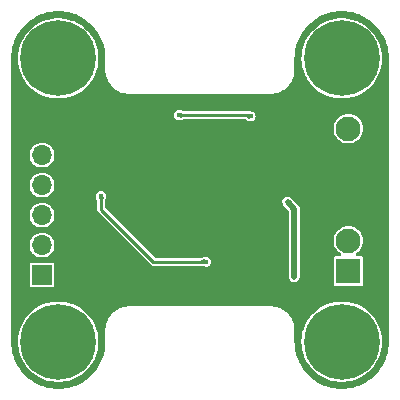
<source format=gbr>
%TF.GenerationSoftware,KiCad,Pcbnew,7.0.2-0*%
%TF.CreationDate,2023-05-15T10:38:26-07:00*%
%TF.ProjectId,RagGuard_V2,52616747-7561-4726-945f-56322e6b6963,rev?*%
%TF.SameCoordinates,Original*%
%TF.FileFunction,Copper,L2,Bot*%
%TF.FilePolarity,Positive*%
%FSLAX46Y46*%
G04 Gerber Fmt 4.6, Leading zero omitted, Abs format (unit mm)*
G04 Created by KiCad (PCBNEW 7.0.2-0) date 2023-05-15 10:38:26*
%MOMM*%
%LPD*%
G01*
G04 APERTURE LIST*
%TA.AperFunction,ComponentPad*%
%ADD10C,3.600000*%
%TD*%
%TA.AperFunction,ConnectorPad*%
%ADD11C,6.400000*%
%TD*%
%TA.AperFunction,ComponentPad*%
%ADD12C,0.630000*%
%TD*%
%TA.AperFunction,SMDPad,CuDef*%
%ADD13R,2.600000X3.300000*%
%TD*%
%TA.AperFunction,ComponentPad*%
%ADD14R,2.100000X2.100000*%
%TD*%
%TA.AperFunction,ComponentPad*%
%ADD15C,2.100000*%
%TD*%
%TA.AperFunction,ComponentPad*%
%ADD16R,1.700000X1.700000*%
%TD*%
%TA.AperFunction,ComponentPad*%
%ADD17O,1.700000X1.700000*%
%TD*%
%TA.AperFunction,ViaPad*%
%ADD18C,0.450000*%
%TD*%
%TA.AperFunction,Conductor*%
%ADD19C,0.500000*%
%TD*%
%TA.AperFunction,Conductor*%
%ADD20C,0.250000*%
%TD*%
G04 APERTURE END LIST*
D10*
%TO.P,H2,1,1*%
%TO.N,unconnected-(H2-Pad1)*%
X186000000Y-126000000D03*
D11*
X186000000Y-126000000D03*
%TD*%
D10*
%TO.P,H4,1,1*%
%TO.N,unconnected-(H4-Pad1)*%
X210000000Y-126000000D03*
D11*
X210000000Y-126000000D03*
%TD*%
D10*
%TO.P,H1,1,1*%
%TO.N,unconnected-(H1-Pad1)*%
X186000000Y-102000000D03*
D11*
X186000000Y-102000000D03*
%TD*%
D12*
%TO.P,U3,9,GND*%
%TO.N,GND*%
X200760000Y-117280000D03*
X200760000Y-118580000D03*
X200760000Y-119880000D03*
D13*
X201410000Y-118580000D03*
D12*
X202060000Y-117280000D03*
X202060000Y-118580000D03*
X202060000Y-119880000D03*
%TD*%
D14*
%TO.P,J1,1,Pin_1*%
%TO.N,GND*%
X210566000Y-110490000D03*
D15*
%TO.P,J1,2,Pin_2*%
%TO.N,Net-(D2-A)*%
X210566000Y-107950000D03*
%TD*%
D14*
%TO.P,J2,1,Pin_1*%
%TO.N,Net-(D1-A)*%
X210566000Y-120000000D03*
D15*
%TO.P,J2,2,Pin_2*%
%TO.N,Net-(J2-Pin_2)*%
X210566000Y-117460000D03*
%TD*%
D10*
%TO.P,H3,1,1*%
%TO.N,unconnected-(H3-Pad1)*%
X210000000Y-102000000D03*
D11*
X210000000Y-102000000D03*
%TD*%
D16*
%TO.P,J4,1,Pin_1*%
%TO.N,+5V*%
X184625000Y-120350000D03*
D17*
%TO.P,J4,2,Pin_2*%
%TO.N,Net-(J4-Pin_2)*%
X184625000Y-117810000D03*
%TO.P,J4,3,Pin_3*%
%TO.N,Net-(J4-Pin_3)*%
X184625000Y-115270000D03*
%TO.P,J4,4,Pin_4*%
%TO.N,Net-(J4-Pin_4)*%
X184625000Y-112730000D03*
%TO.P,J4,5,Pin_5*%
%TO.N,Net-(J4-Pin_5)*%
X184625000Y-110190000D03*
%TO.P,J4,6,Pin_6*%
%TO.N,GND*%
X184625000Y-107650000D03*
%TD*%
D18*
%TO.N,GND*%
X197612000Y-112522000D03*
X197320000Y-110260000D03*
X197330000Y-109300000D03*
X197612000Y-111760000D03*
%TO.N,+5V*%
X202289724Y-106918249D03*
X196193486Y-106813444D03*
%TO.N,+12V*%
X205417724Y-114184524D03*
X205993999Y-120487267D03*
%TO.N,MOTOR_CTRL*%
X198535000Y-119215000D03*
X189640000Y-113640000D03*
%TD*%
D19*
%TO.N,GND*%
X209950000Y-110490000D02*
X210000000Y-110540000D01*
D20*
%TO.N,+5V*%
X202184919Y-106813444D02*
X196193486Y-106813444D01*
X202289724Y-106918249D02*
X202184919Y-106813444D01*
D19*
%TO.N,+12V*%
X205417724Y-114184524D02*
X205993999Y-114760799D01*
X205993999Y-114760799D02*
X205993999Y-120487267D01*
D20*
%TO.N,MOTOR_CTRL*%
X194060000Y-119230000D02*
X198520000Y-119230000D01*
X198520000Y-119230000D02*
X198535000Y-119215000D01*
X189640000Y-114810000D02*
X194060000Y-119230000D01*
X189640000Y-113640000D02*
X189640000Y-114810000D01*
%TD*%
%TA.AperFunction,Conductor*%
%TO.N,GND*%
G36*
X186172951Y-98008495D02*
G01*
X186369795Y-98018166D01*
X186380787Y-98019201D01*
X186563357Y-98044668D01*
X186747242Y-98071946D01*
X186757422Y-98073894D01*
X186939341Y-98116681D01*
X187117878Y-98161402D01*
X187127095Y-98164097D01*
X187304478Y-98223550D01*
X187306618Y-98224292D01*
X187478220Y-98285692D01*
X187486519Y-98289004D01*
X187657980Y-98364712D01*
X187660909Y-98366051D01*
X187747263Y-98406892D01*
X187825119Y-98443715D01*
X187832411Y-98447465D01*
X187929135Y-98501341D01*
X187996435Y-98538827D01*
X187999810Y-98540777D01*
X188155371Y-98634017D01*
X188161670Y-98638058D01*
X188316699Y-98744256D01*
X188320459Y-98746935D01*
X188466009Y-98854882D01*
X188471305Y-98859040D01*
X188616009Y-98979200D01*
X188619947Y-98982617D01*
X188754206Y-99104303D01*
X188758590Y-99108478D01*
X188891520Y-99241408D01*
X188895698Y-99245795D01*
X189017375Y-99380045D01*
X189020805Y-99383998D01*
X189140951Y-99528684D01*
X189145124Y-99534000D01*
X189253041Y-99679509D01*
X189255742Y-99683299D01*
X189361940Y-99838328D01*
X189365999Y-99844656D01*
X189459200Y-100000153D01*
X189461171Y-100003563D01*
X189552525Y-100167573D01*
X189556291Y-100174896D01*
X189633947Y-100339089D01*
X189635286Y-100342018D01*
X189710994Y-100513479D01*
X189714311Y-100521791D01*
X189775666Y-100693265D01*
X189776487Y-100695634D01*
X189835894Y-100872881D01*
X189838606Y-100882157D01*
X189883317Y-101060653D01*
X189926102Y-101242567D01*
X189928052Y-101252753D01*
X189955337Y-101436689D01*
X189980794Y-101619186D01*
X189981834Y-101630230D01*
X189991512Y-101827238D01*
X189999368Y-101997144D01*
X189999500Y-102002871D01*
X189999500Y-102968299D01*
X189998077Y-102973142D01*
X189999184Y-102988607D01*
X189999500Y-102997452D01*
X189999500Y-102999500D01*
X189999500Y-103000000D01*
X189999500Y-103131120D01*
X190000028Y-103135135D01*
X190000029Y-103135141D01*
X190018739Y-103277254D01*
X190018638Y-103277896D01*
X190019393Y-103282227D01*
X190020643Y-103291723D01*
X190021388Y-103299058D01*
X190026379Y-103368832D01*
X190032742Y-103384793D01*
X190033202Y-103387105D01*
X190033730Y-103391116D01*
X190034776Y-103395022D01*
X190034778Y-103395029D01*
X190076983Y-103552539D01*
X190076960Y-103553465D01*
X190078626Y-103558674D01*
X190085007Y-103582487D01*
X190086399Y-103588224D01*
X190097430Y-103638933D01*
X190103770Y-103650176D01*
X190101602Y-103644419D01*
X190171562Y-103813318D01*
X190171730Y-103814889D01*
X190175324Y-103822400D01*
X190197253Y-103875342D01*
X190198873Y-103879460D01*
X190203212Y-103891093D01*
X190207699Y-103896643D01*
X190300545Y-104057458D01*
X190301098Y-104059739D01*
X190307227Y-104069031D01*
X190333076Y-104113803D01*
X190335545Y-104117021D01*
X190337805Y-104120403D01*
X190335884Y-104117722D01*
X190342829Y-104128390D01*
X190348061Y-104133334D01*
X190461479Y-104281141D01*
X190462615Y-104284080D01*
X190471568Y-104294288D01*
X190492718Y-104321851D01*
X190495592Y-104324724D01*
X190495592Y-104324725D01*
X190505786Y-104334919D01*
X190514647Y-104345145D01*
X190519495Y-104348628D01*
X190651370Y-104480503D01*
X190653266Y-104483976D01*
X190665076Y-104494209D01*
X190678149Y-104507282D01*
X190681369Y-104509753D01*
X190681375Y-104509758D01*
X190705710Y-104528431D01*
X190714669Y-104536288D01*
X190718854Y-104538516D01*
X190866665Y-104651936D01*
X190869469Y-104655776D01*
X190882300Y-104664132D01*
X190879597Y-104662195D01*
X190882975Y-104664451D01*
X190886197Y-104666924D01*
X190930980Y-104692779D01*
X190939244Y-104698230D01*
X190942537Y-104699452D01*
X190998251Y-104731618D01*
X191103354Y-104792299D01*
X191106930Y-104796050D01*
X191120523Y-104801120D01*
X191124641Y-104802740D01*
X191177595Y-104824674D01*
X191184376Y-104827918D01*
X191186680Y-104828437D01*
X191355581Y-104898398D01*
X191349629Y-104896157D01*
X191357709Y-104901839D01*
X191411765Y-104913598D01*
X191417487Y-104914985D01*
X191441335Y-104921375D01*
X191446091Y-104922896D01*
X191447455Y-104923015D01*
X191608884Y-104966270D01*
X191612920Y-104966801D01*
X191615186Y-104967252D01*
X191626758Y-104973304D01*
X191700929Y-104978609D01*
X191708248Y-104979351D01*
X191717799Y-104980609D01*
X191721791Y-104981305D01*
X191722742Y-104981260D01*
X191868880Y-105000500D01*
X191872933Y-105000500D01*
X192002560Y-105000500D01*
X192011406Y-105000816D01*
X192024727Y-105001768D01*
X192031700Y-105000500D01*
X203968299Y-105000500D01*
X203973139Y-105001921D01*
X203988593Y-105000816D01*
X203997439Y-105000500D01*
X204127067Y-105000500D01*
X204131120Y-105000500D01*
X204277255Y-104981260D01*
X204277894Y-104981360D01*
X204282193Y-104980610D01*
X204291771Y-104979349D01*
X204299070Y-104978609D01*
X204368842Y-104973619D01*
X204384814Y-104967252D01*
X204387078Y-104966801D01*
X204391116Y-104966270D01*
X204552542Y-104923016D01*
X204553464Y-104923038D01*
X204558667Y-104921375D01*
X204582497Y-104914990D01*
X204588231Y-104913599D01*
X204638977Y-104902560D01*
X204650267Y-104896197D01*
X204644419Y-104898398D01*
X204813320Y-104828436D01*
X204814890Y-104828267D01*
X204822382Y-104824683D01*
X204875430Y-104802709D01*
X204879501Y-104801108D01*
X204891098Y-104796782D01*
X204896642Y-104792300D01*
X205057459Y-104699453D01*
X205059740Y-104698900D01*
X205069019Y-104692779D01*
X205113803Y-104666924D01*
X205117027Y-104664450D01*
X205120403Y-104662195D01*
X205117704Y-104664129D01*
X205128384Y-104657174D01*
X205133329Y-104651940D01*
X205281143Y-104538517D01*
X205284081Y-104537382D01*
X205294281Y-104528437D01*
X205294289Y-104528431D01*
X205321851Y-104507282D01*
X205334936Y-104494196D01*
X205345143Y-104485353D01*
X205348626Y-104480506D01*
X205480505Y-104348627D01*
X205483976Y-104346732D01*
X205494196Y-104334936D01*
X205507282Y-104321851D01*
X205528439Y-104294277D01*
X205536288Y-104285328D01*
X205538516Y-104281145D01*
X205651938Y-104133332D01*
X205655777Y-104130529D01*
X205664129Y-104117704D01*
X205662195Y-104120403D01*
X205664450Y-104117027D01*
X205666924Y-104113803D01*
X205692779Y-104069018D01*
X205698228Y-104060758D01*
X205699452Y-104057461D01*
X205792300Y-103896643D01*
X205796046Y-103893071D01*
X205801108Y-103879501D01*
X205802709Y-103875430D01*
X205824683Y-103822382D01*
X205827916Y-103815624D01*
X205828435Y-103813322D01*
X205898398Y-103644419D01*
X205896150Y-103650392D01*
X205901836Y-103642301D01*
X205913599Y-103588231D01*
X205914990Y-103582497D01*
X205921375Y-103558667D01*
X205922894Y-103553912D01*
X205923015Y-103552545D01*
X205966270Y-103391116D01*
X205966801Y-103387078D01*
X205967252Y-103384814D01*
X205973304Y-103373240D01*
X205978609Y-103299070D01*
X205979349Y-103291771D01*
X205980610Y-103282193D01*
X205981303Y-103278218D01*
X205981260Y-103277256D01*
X206000500Y-103131120D01*
X206000500Y-103000000D01*
X206000500Y-102999500D01*
X206000500Y-102997438D01*
X206000816Y-102988592D01*
X206001768Y-102975276D01*
X206000500Y-102968298D01*
X206000500Y-102002869D01*
X206000566Y-102000000D01*
X206594506Y-102000000D01*
X206594688Y-102003356D01*
X206614286Y-102364835D01*
X206614287Y-102364846D01*
X206614469Y-102368199D01*
X206674125Y-102732081D01*
X206772773Y-103087379D01*
X206774015Y-103090496D01*
X206774018Y-103090505D01*
X206908012Y-103426806D01*
X206909257Y-103429930D01*
X206910827Y-103432892D01*
X206910832Y-103432902D01*
X207021849Y-103642301D01*
X207081978Y-103755716D01*
X207288910Y-104060917D01*
X207377586Y-104165314D01*
X207521649Y-104334919D01*
X207527627Y-104341956D01*
X207530058Y-104344259D01*
X207530064Y-104344265D01*
X207735136Y-104538519D01*
X207795330Y-104595538D01*
X207798006Y-104597572D01*
X208086202Y-104816654D01*
X208086208Y-104816658D01*
X208088881Y-104818690D01*
X208404838Y-105008795D01*
X208739497Y-105163625D01*
X209088934Y-105281364D01*
X209449052Y-105360632D01*
X209815630Y-105400500D01*
X209818988Y-105400500D01*
X210181012Y-105400500D01*
X210184370Y-105400500D01*
X210550948Y-105360632D01*
X210911066Y-105281364D01*
X211260503Y-105163625D01*
X211595162Y-105008795D01*
X211911119Y-104818690D01*
X212204670Y-104595538D01*
X212472373Y-104341956D01*
X212711090Y-104060917D01*
X212918022Y-103755716D01*
X213090743Y-103429930D01*
X213227227Y-103087379D01*
X213325875Y-102732081D01*
X213385531Y-102368199D01*
X213405494Y-102000000D01*
X213385531Y-101631801D01*
X213325875Y-101267919D01*
X213227227Y-100912621D01*
X213090743Y-100570070D01*
X212918022Y-100244284D01*
X212711090Y-99939083D01*
X212493825Y-99683299D01*
X212474546Y-99660602D01*
X212474543Y-99660599D01*
X212472373Y-99658044D01*
X212469940Y-99655739D01*
X212469935Y-99655734D01*
X212207110Y-99406773D01*
X212207107Y-99406770D01*
X212204670Y-99404462D01*
X212177820Y-99384051D01*
X211913797Y-99183345D01*
X211913787Y-99183338D01*
X211911119Y-99181310D01*
X211595162Y-98991205D01*
X211576599Y-98982617D01*
X211309542Y-98859063D01*
X211260503Y-98836375D01*
X211170393Y-98806013D01*
X210914249Y-98719708D01*
X210914240Y-98719705D01*
X210911066Y-98718636D01*
X210907798Y-98717916D01*
X210907785Y-98717913D01*
X210554235Y-98640091D01*
X210554225Y-98640089D01*
X210550948Y-98639368D01*
X210184370Y-98599500D01*
X209815630Y-98599500D01*
X209812293Y-98599862D01*
X209812291Y-98599863D01*
X209452398Y-98639004D01*
X209452396Y-98639004D01*
X209449052Y-98639368D01*
X209445777Y-98640088D01*
X209445764Y-98640091D01*
X209092214Y-98717913D01*
X209092196Y-98717917D01*
X209088934Y-98718636D01*
X209085763Y-98719704D01*
X209085750Y-98719708D01*
X208742684Y-98835301D01*
X208742681Y-98835302D01*
X208739497Y-98836375D01*
X208736448Y-98837785D01*
X208736442Y-98837788D01*
X208407893Y-98989791D01*
X208407884Y-98989795D01*
X208404838Y-98991205D01*
X208401963Y-98992934D01*
X208401955Y-98992939D01*
X208091762Y-99179576D01*
X208091754Y-99179580D01*
X208088881Y-99181310D01*
X208086220Y-99183332D01*
X208086202Y-99183345D01*
X207798006Y-99402427D01*
X207797997Y-99402434D01*
X207795330Y-99404462D01*
X207792901Y-99406762D01*
X207792889Y-99406773D01*
X207530064Y-99655734D01*
X207530049Y-99655749D01*
X207527627Y-99658044D01*
X207525464Y-99660589D01*
X207525453Y-99660602D01*
X207291083Y-99936524D01*
X207291077Y-99936531D01*
X207288910Y-99939083D01*
X207287029Y-99941855D01*
X207287023Y-99941865D01*
X207083868Y-100241496D01*
X207081978Y-100244284D01*
X207080403Y-100247254D01*
X207080401Y-100247258D01*
X206910832Y-100567097D01*
X206910823Y-100567114D01*
X206909257Y-100570070D01*
X206908016Y-100573182D01*
X206908012Y-100573193D01*
X206774018Y-100909494D01*
X206774013Y-100909508D01*
X206772773Y-100912621D01*
X206674125Y-101267919D01*
X206673581Y-101271236D01*
X206673579Y-101271246D01*
X206616537Y-101619184D01*
X206614469Y-101631801D01*
X206614287Y-101635151D01*
X206614286Y-101635164D01*
X206603858Y-101827509D01*
X206594506Y-102000000D01*
X206000566Y-102000000D01*
X206000632Y-101997143D01*
X206000655Y-101996643D01*
X206008500Y-101826939D01*
X206018166Y-101630200D01*
X206019200Y-101619217D01*
X206044670Y-101436633D01*
X206069204Y-101271246D01*
X206071947Y-101252748D01*
X206073892Y-101242586D01*
X206116689Y-101060626D01*
X206161406Y-100882107D01*
X206164093Y-100872918D01*
X206223572Y-100695457D01*
X206224270Y-100693442D01*
X206285699Y-100521759D01*
X206288996Y-100513497D01*
X206364713Y-100342015D01*
X206366051Y-100339089D01*
X206443727Y-100174855D01*
X206447452Y-100167612D01*
X206538864Y-100003497D01*
X206540745Y-100000243D01*
X206634036Y-99844598D01*
X206638034Y-99838363D01*
X206744270Y-99683278D01*
X206746899Y-99679590D01*
X206854909Y-99533954D01*
X206859011Y-99528728D01*
X206979239Y-99383944D01*
X206982577Y-99380097D01*
X207104340Y-99245752D01*
X207108437Y-99241450D01*
X207241450Y-99108437D01*
X207245752Y-99104340D01*
X207380097Y-98982577D01*
X207383944Y-98979239D01*
X207528728Y-98859011D01*
X207533954Y-98854909D01*
X207679590Y-98746899D01*
X207683278Y-98744270D01*
X207838363Y-98638034D01*
X207844598Y-98634036D01*
X208000243Y-98540745D01*
X208003497Y-98538864D01*
X208167612Y-98447452D01*
X208174855Y-98443727D01*
X208339098Y-98366046D01*
X208342018Y-98364712D01*
X208406007Y-98336458D01*
X208513497Y-98288996D01*
X208521759Y-98285699D01*
X208693442Y-98224270D01*
X208695457Y-98223572D01*
X208872922Y-98164091D01*
X208882118Y-98161403D01*
X209060626Y-98116689D01*
X209242600Y-98073889D01*
X209252734Y-98071949D01*
X209436625Y-98044671D01*
X209619214Y-98019201D01*
X209630196Y-98018167D01*
X209826958Y-98008500D01*
X209994290Y-98000764D01*
X210005710Y-98000764D01*
X210172951Y-98008495D01*
X210369795Y-98018166D01*
X210380787Y-98019201D01*
X210563357Y-98044668D01*
X210747242Y-98071946D01*
X210757422Y-98073894D01*
X210939341Y-98116681D01*
X211117878Y-98161402D01*
X211127095Y-98164097D01*
X211304478Y-98223550D01*
X211306618Y-98224292D01*
X211478220Y-98285692D01*
X211486519Y-98289004D01*
X211657980Y-98364712D01*
X211660909Y-98366051D01*
X211747263Y-98406892D01*
X211825119Y-98443715D01*
X211832411Y-98447465D01*
X211929135Y-98501341D01*
X211996435Y-98538827D01*
X211999810Y-98540777D01*
X212155371Y-98634017D01*
X212161670Y-98638058D01*
X212316699Y-98744256D01*
X212320459Y-98746935D01*
X212466009Y-98854882D01*
X212471305Y-98859040D01*
X212616009Y-98979200D01*
X212619947Y-98982617D01*
X212754206Y-99104303D01*
X212758590Y-99108478D01*
X212891520Y-99241408D01*
X212895698Y-99245795D01*
X213017375Y-99380045D01*
X213020805Y-99383998D01*
X213140951Y-99528684D01*
X213145124Y-99534000D01*
X213253041Y-99679509D01*
X213255742Y-99683299D01*
X213361940Y-99838328D01*
X213365999Y-99844656D01*
X213459200Y-100000153D01*
X213461171Y-100003563D01*
X213552525Y-100167573D01*
X213556291Y-100174896D01*
X213633947Y-100339089D01*
X213635286Y-100342018D01*
X213710994Y-100513479D01*
X213714311Y-100521791D01*
X213775666Y-100693265D01*
X213776487Y-100695634D01*
X213835894Y-100872881D01*
X213838606Y-100882157D01*
X213883317Y-101060653D01*
X213926102Y-101242567D01*
X213928052Y-101252753D01*
X213955337Y-101436689D01*
X213980794Y-101619186D01*
X213981834Y-101630230D01*
X213991512Y-101827238D01*
X213999368Y-101997144D01*
X213999500Y-102002871D01*
X213999500Y-125997127D01*
X213999368Y-126002854D01*
X213991512Y-126172761D01*
X213981834Y-126369767D01*
X213980794Y-126380813D01*
X213955337Y-126563309D01*
X213928052Y-126747242D01*
X213926101Y-126757433D01*
X213883317Y-126939344D01*
X213838605Y-127117845D01*
X213835895Y-127127113D01*
X213776487Y-127304364D01*
X213775666Y-127306733D01*
X213714311Y-127478207D01*
X213710994Y-127486519D01*
X213635286Y-127657980D01*
X213633947Y-127660909D01*
X213556291Y-127825102D01*
X213552525Y-127832425D01*
X213461171Y-127996435D01*
X213459200Y-127999845D01*
X213365999Y-128155342D01*
X213361940Y-128161670D01*
X213255742Y-128316699D01*
X213253041Y-128320489D01*
X213145135Y-128465984D01*
X213140935Y-128471334D01*
X213020851Y-128615947D01*
X213017331Y-128620004D01*
X212895717Y-128754183D01*
X212891520Y-128758590D01*
X212758590Y-128891520D01*
X212754183Y-128895717D01*
X212620004Y-129017331D01*
X212615947Y-129020851D01*
X212471334Y-129140935D01*
X212465984Y-129145135D01*
X212320489Y-129253041D01*
X212316699Y-129255742D01*
X212161670Y-129361940D01*
X212155342Y-129365999D01*
X211999845Y-129459200D01*
X211996435Y-129461171D01*
X211832425Y-129552525D01*
X211825102Y-129556291D01*
X211660909Y-129633947D01*
X211657980Y-129635286D01*
X211486519Y-129710994D01*
X211478207Y-129714311D01*
X211306733Y-129775666D01*
X211304364Y-129776487D01*
X211127117Y-129835894D01*
X211117841Y-129838606D01*
X210939346Y-129883317D01*
X210757431Y-129926102D01*
X210747245Y-129928052D01*
X210563310Y-129955337D01*
X210380812Y-129980794D01*
X210369768Y-129981834D01*
X210172761Y-129991512D01*
X210005727Y-129999235D01*
X209994273Y-129999235D01*
X209827238Y-129991512D01*
X209630231Y-129981834D01*
X209619185Y-129980794D01*
X209436690Y-129955337D01*
X209252756Y-129928052D01*
X209242565Y-129926101D01*
X209060655Y-129883317D01*
X208882153Y-129838605D01*
X208872885Y-129835895D01*
X208695634Y-129776487D01*
X208693265Y-129775666D01*
X208521791Y-129714311D01*
X208513479Y-129710994D01*
X208342018Y-129635286D01*
X208339089Y-129633947D01*
X208174896Y-129556291D01*
X208167573Y-129552525D01*
X208003563Y-129461171D01*
X208000153Y-129459200D01*
X207902218Y-129400500D01*
X207844645Y-129365992D01*
X207838328Y-129361940D01*
X207683299Y-129255742D01*
X207679509Y-129253041D01*
X207560392Y-129164698D01*
X207534000Y-129145124D01*
X207528684Y-129140951D01*
X207383998Y-129020805D01*
X207380045Y-129017375D01*
X207245795Y-128895698D01*
X207241408Y-128891520D01*
X207108478Y-128758590D01*
X207104303Y-128754206D01*
X206982617Y-128619947D01*
X206979200Y-128616009D01*
X206859040Y-128471305D01*
X206854882Y-128466009D01*
X206746935Y-128320459D01*
X206744256Y-128316699D01*
X206638058Y-128161670D01*
X206634017Y-128155371D01*
X206540777Y-127999810D01*
X206538827Y-127996435D01*
X206512261Y-127948740D01*
X206447465Y-127832411D01*
X206443715Y-127825119D01*
X206406892Y-127747263D01*
X206366051Y-127660909D01*
X206364712Y-127657980D01*
X206289004Y-127486519D01*
X206285692Y-127478220D01*
X206224292Y-127306618D01*
X206223550Y-127304478D01*
X206164096Y-127127091D01*
X206161400Y-127117867D01*
X206116675Y-126939315D01*
X206111402Y-126916895D01*
X206073891Y-126757408D01*
X206071948Y-126747256D01*
X206044674Y-126563399D01*
X206019201Y-126380789D01*
X206018166Y-126369799D01*
X206008487Y-126172761D01*
X206000632Y-126002854D01*
X206000566Y-126000000D01*
X206594506Y-126000000D01*
X206594688Y-126003356D01*
X206614286Y-126364835D01*
X206614287Y-126364846D01*
X206614469Y-126368199D01*
X206615013Y-126371520D01*
X206615014Y-126371525D01*
X206644812Y-126553285D01*
X206674125Y-126732081D01*
X206772773Y-127087379D01*
X206774015Y-127090496D01*
X206774018Y-127090505D01*
X206846604Y-127272682D01*
X206909257Y-127429930D01*
X206910827Y-127432892D01*
X206910832Y-127432902D01*
X207008760Y-127617612D01*
X207081978Y-127755716D01*
X207288910Y-128060917D01*
X207369115Y-128155342D01*
X207509392Y-128320489D01*
X207527627Y-128341956D01*
X207530058Y-128344259D01*
X207530064Y-128344265D01*
X207756162Y-128558436D01*
X207795330Y-128595538D01*
X207889685Y-128667265D01*
X208086202Y-128816654D01*
X208086208Y-128816658D01*
X208088881Y-128818690D01*
X208404838Y-129008795D01*
X208739497Y-129163625D01*
X209088934Y-129281364D01*
X209449052Y-129360632D01*
X209815630Y-129400500D01*
X209818988Y-129400500D01*
X210181012Y-129400500D01*
X210184370Y-129400500D01*
X210550948Y-129360632D01*
X210911066Y-129281364D01*
X211260503Y-129163625D01*
X211595162Y-129008795D01*
X211911119Y-128818690D01*
X212204670Y-128595538D01*
X212472373Y-128341956D01*
X212711090Y-128060917D01*
X212918022Y-127755716D01*
X213090743Y-127429930D01*
X213227227Y-127087379D01*
X213325875Y-126732081D01*
X213385531Y-126368199D01*
X213405494Y-126000000D01*
X213385531Y-125631801D01*
X213325875Y-125267919D01*
X213227227Y-124912621D01*
X213090743Y-124570070D01*
X212918022Y-124244284D01*
X212711090Y-123939083D01*
X212520470Y-123714668D01*
X212474546Y-123660602D01*
X212474543Y-123660599D01*
X212472373Y-123658044D01*
X212469940Y-123655739D01*
X212469935Y-123655734D01*
X212207110Y-123406773D01*
X212207107Y-123406770D01*
X212204670Y-123404462D01*
X212199932Y-123400860D01*
X211913797Y-123183345D01*
X211913787Y-123183338D01*
X211911119Y-123181310D01*
X211595162Y-122991205D01*
X211260503Y-122836375D01*
X211170393Y-122806013D01*
X210914249Y-122719708D01*
X210914240Y-122719705D01*
X210911066Y-122718636D01*
X210907798Y-122717916D01*
X210907785Y-122717913D01*
X210554235Y-122640091D01*
X210554225Y-122640089D01*
X210550948Y-122639368D01*
X210184370Y-122599500D01*
X209815630Y-122599500D01*
X209812293Y-122599862D01*
X209812291Y-122599863D01*
X209452398Y-122639004D01*
X209452396Y-122639004D01*
X209449052Y-122639368D01*
X209445777Y-122640088D01*
X209445764Y-122640091D01*
X209092214Y-122717913D01*
X209092196Y-122717917D01*
X209088934Y-122718636D01*
X209085763Y-122719704D01*
X209085750Y-122719708D01*
X208742684Y-122835301D01*
X208742681Y-122835302D01*
X208739497Y-122836375D01*
X208736448Y-122837785D01*
X208736442Y-122837788D01*
X208407893Y-122989791D01*
X208407884Y-122989795D01*
X208404838Y-122991205D01*
X208401963Y-122992934D01*
X208401955Y-122992939D01*
X208091762Y-123179576D01*
X208091754Y-123179580D01*
X208088881Y-123181310D01*
X208086220Y-123183332D01*
X208086202Y-123183345D01*
X207798006Y-123402427D01*
X207797997Y-123402434D01*
X207795330Y-123404462D01*
X207792901Y-123406762D01*
X207792889Y-123406773D01*
X207530064Y-123655734D01*
X207530049Y-123655749D01*
X207527627Y-123658044D01*
X207525464Y-123660589D01*
X207525453Y-123660602D01*
X207291083Y-123936524D01*
X207291077Y-123936531D01*
X207288910Y-123939083D01*
X207287029Y-123941855D01*
X207287023Y-123941865D01*
X207088392Y-124234824D01*
X207081978Y-124244284D01*
X207080403Y-124247254D01*
X207080401Y-124247258D01*
X206910832Y-124567097D01*
X206910823Y-124567114D01*
X206909257Y-124570070D01*
X206908016Y-124573182D01*
X206908012Y-124573193D01*
X206774018Y-124909494D01*
X206774013Y-124909508D01*
X206772773Y-124912621D01*
X206771873Y-124915859D01*
X206771873Y-124915862D01*
X206739709Y-125031708D01*
X206674125Y-125267919D01*
X206673581Y-125271236D01*
X206673579Y-125271246D01*
X206615014Y-125628474D01*
X206614469Y-125631801D01*
X206614287Y-125635151D01*
X206614286Y-125635164D01*
X206594688Y-125996643D01*
X206594506Y-126000000D01*
X206000566Y-126000000D01*
X206000500Y-125997128D01*
X206000500Y-125031700D01*
X206001921Y-125026859D01*
X206000816Y-125011406D01*
X206000500Y-125002560D01*
X206000500Y-124872933D01*
X206000500Y-124868880D01*
X205981260Y-124722743D01*
X205981359Y-124722105D01*
X205980609Y-124717799D01*
X205979351Y-124708248D01*
X205978609Y-124700929D01*
X205973619Y-124631162D01*
X205967252Y-124615186D01*
X205966801Y-124612920D01*
X205966270Y-124608884D01*
X205923016Y-124447457D01*
X205923038Y-124446535D01*
X205921374Y-124441330D01*
X205914989Y-124417501D01*
X205913598Y-124411765D01*
X205902563Y-124361037D01*
X205896204Y-124349754D01*
X205898398Y-124355581D01*
X205828437Y-124186680D01*
X205828267Y-124185107D01*
X205824674Y-124177595D01*
X205802740Y-124124641D01*
X205801120Y-124120523D01*
X205796788Y-124108909D01*
X205792299Y-124103354D01*
X205699453Y-123942540D01*
X205698899Y-123940258D01*
X205692779Y-123930980D01*
X205666924Y-123886197D01*
X205664451Y-123882975D01*
X205662195Y-123879597D01*
X205664132Y-123882300D01*
X205657175Y-123871616D01*
X205651936Y-123866665D01*
X205538517Y-123718855D01*
X205537380Y-123715914D01*
X205528431Y-123705710D01*
X205509758Y-123681375D01*
X205509753Y-123681369D01*
X205507282Y-123678149D01*
X205494211Y-123665078D01*
X205485356Y-123654858D01*
X205480503Y-123651370D01*
X205348628Y-123519495D01*
X205346732Y-123516022D01*
X205334919Y-123505786D01*
X205324725Y-123495592D01*
X205321851Y-123492718D01*
X205294288Y-123471568D01*
X205285329Y-123463711D01*
X205281141Y-123461479D01*
X205133334Y-123348061D01*
X205130531Y-123344222D01*
X205117722Y-123335884D01*
X205120403Y-123337805D01*
X205117021Y-123335545D01*
X205113803Y-123333076D01*
X205110287Y-123331046D01*
X205110284Y-123331044D01*
X205069031Y-123307227D01*
X205060759Y-123301771D01*
X205057458Y-123300545D01*
X204896643Y-123207699D01*
X204893066Y-123203948D01*
X204879460Y-123198873D01*
X204875342Y-123197253D01*
X204822400Y-123175324D01*
X204815625Y-123172083D01*
X204813318Y-123171562D01*
X204644419Y-123101602D01*
X204650300Y-123103817D01*
X204642253Y-123098152D01*
X204588224Y-123086399D01*
X204582487Y-123085007D01*
X204558674Y-123078626D01*
X204553913Y-123077104D01*
X204552539Y-123076983D01*
X204395029Y-123034778D01*
X204395022Y-123034776D01*
X204391116Y-123033730D01*
X204387105Y-123033202D01*
X204384793Y-123032742D01*
X204373232Y-123026693D01*
X204299058Y-123021388D01*
X204291723Y-123020643D01*
X204282227Y-123019393D01*
X204278221Y-123018695D01*
X204277254Y-123018739D01*
X204135141Y-123000029D01*
X204135135Y-123000028D01*
X204131120Y-122999500D01*
X204000099Y-122999500D01*
X203997453Y-122999500D01*
X203988607Y-122999184D01*
X203975275Y-122998230D01*
X203968300Y-122999500D01*
X192031699Y-122999500D01*
X192026856Y-122998077D01*
X192011392Y-122999184D01*
X192002546Y-122999500D01*
X192000500Y-122999500D01*
X192000000Y-122999500D01*
X191868880Y-122999500D01*
X191864865Y-123000028D01*
X191864858Y-123000029D01*
X191722744Y-123018739D01*
X191722102Y-123018638D01*
X191717761Y-123019395D01*
X191708268Y-123020644D01*
X191700941Y-123021388D01*
X191631172Y-123026378D01*
X191615207Y-123032742D01*
X191612894Y-123033201D01*
X191608884Y-123033730D01*
X191604974Y-123034777D01*
X191604967Y-123034779D01*
X191447458Y-123076983D01*
X191446535Y-123076961D01*
X191441318Y-123078628D01*
X191417501Y-123085010D01*
X191411775Y-123086399D01*
X191361082Y-123097426D01*
X191349847Y-123103762D01*
X191355580Y-123101602D01*
X191186679Y-123171562D01*
X191185107Y-123171730D01*
X191177595Y-123175325D01*
X191124659Y-123197252D01*
X191120543Y-123198871D01*
X191108908Y-123203210D01*
X191103356Y-123207699D01*
X190942540Y-123300546D01*
X190940256Y-123301099D01*
X190930960Y-123307232D01*
X190889715Y-123331044D01*
X190889705Y-123331050D01*
X190886197Y-123333076D01*
X190882980Y-123335543D01*
X190879597Y-123337805D01*
X190882275Y-123335886D01*
X190871613Y-123342826D01*
X190866665Y-123348063D01*
X190718857Y-123461481D01*
X190715915Y-123462618D01*
X190705713Y-123471566D01*
X190681374Y-123490242D01*
X190681361Y-123490252D01*
X190678149Y-123492718D01*
X190675280Y-123495587D01*
X190665078Y-123505789D01*
X190654855Y-123514646D01*
X190651371Y-123519495D01*
X190519495Y-123651371D01*
X190516023Y-123653266D01*
X190505788Y-123665078D01*
X190492718Y-123678149D01*
X190490252Y-123681361D01*
X190490242Y-123681374D01*
X190471566Y-123705713D01*
X190463711Y-123714668D01*
X190461481Y-123718857D01*
X190348063Y-123866665D01*
X190344221Y-123869469D01*
X190335886Y-123882275D01*
X190337805Y-123879597D01*
X190335543Y-123882980D01*
X190333076Y-123886197D01*
X190331050Y-123889705D01*
X190331044Y-123889715D01*
X190307232Y-123930960D01*
X190301771Y-123939237D01*
X190300546Y-123942540D01*
X190207699Y-124103356D01*
X190203947Y-124106932D01*
X190198871Y-124120543D01*
X190197252Y-124124659D01*
X190175325Y-124177595D01*
X190172080Y-124184376D01*
X190171562Y-124186679D01*
X190101602Y-124355580D01*
X190103809Y-124349723D01*
X190098149Y-124357759D01*
X190086399Y-124411775D01*
X190085008Y-124417512D01*
X190078629Y-124441318D01*
X190077102Y-124446093D01*
X190076983Y-124447458D01*
X190034778Y-124604969D01*
X190034775Y-124604983D01*
X190033730Y-124608884D01*
X190033202Y-124612892D01*
X190032742Y-124615207D01*
X190026693Y-124626769D01*
X190021388Y-124700945D01*
X190020643Y-124708284D01*
X190019394Y-124717771D01*
X190018694Y-124721784D01*
X190018739Y-124722744D01*
X190000029Y-124864858D01*
X190000029Y-124864861D01*
X189999500Y-124868880D01*
X189999500Y-124872932D01*
X189999500Y-124872933D01*
X189999500Y-125002566D01*
X189999184Y-125011412D01*
X189998231Y-125024735D01*
X189999500Y-125031708D01*
X189999500Y-125997127D01*
X189999368Y-126002854D01*
X189991512Y-126172761D01*
X189981834Y-126369767D01*
X189980794Y-126380813D01*
X189955337Y-126563309D01*
X189928052Y-126747242D01*
X189926101Y-126757433D01*
X189883317Y-126939344D01*
X189838605Y-127117845D01*
X189835895Y-127127113D01*
X189776487Y-127304364D01*
X189775666Y-127306733D01*
X189714311Y-127478207D01*
X189710994Y-127486519D01*
X189635286Y-127657980D01*
X189633947Y-127660909D01*
X189556291Y-127825102D01*
X189552525Y-127832425D01*
X189461171Y-127996435D01*
X189459200Y-127999845D01*
X189365999Y-128155342D01*
X189361940Y-128161670D01*
X189255742Y-128316699D01*
X189253041Y-128320489D01*
X189145135Y-128465984D01*
X189140935Y-128471334D01*
X189020851Y-128615947D01*
X189017331Y-128620004D01*
X188895717Y-128754183D01*
X188891520Y-128758590D01*
X188758590Y-128891520D01*
X188754183Y-128895717D01*
X188620004Y-129017331D01*
X188615947Y-129020851D01*
X188471334Y-129140935D01*
X188465984Y-129145135D01*
X188320489Y-129253041D01*
X188316699Y-129255742D01*
X188161670Y-129361940D01*
X188155342Y-129365999D01*
X187999845Y-129459200D01*
X187996435Y-129461171D01*
X187832425Y-129552525D01*
X187825102Y-129556291D01*
X187660909Y-129633947D01*
X187657980Y-129635286D01*
X187486519Y-129710994D01*
X187478207Y-129714311D01*
X187306733Y-129775666D01*
X187304364Y-129776487D01*
X187127117Y-129835894D01*
X187117841Y-129838606D01*
X186939346Y-129883317D01*
X186757431Y-129926102D01*
X186747245Y-129928052D01*
X186563310Y-129955337D01*
X186380812Y-129980794D01*
X186369768Y-129981834D01*
X186172761Y-129991512D01*
X186005727Y-129999235D01*
X185994273Y-129999235D01*
X185827238Y-129991512D01*
X185630231Y-129981834D01*
X185619185Y-129980794D01*
X185436690Y-129955337D01*
X185252756Y-129928052D01*
X185242565Y-129926101D01*
X185060655Y-129883317D01*
X184882153Y-129838605D01*
X184872885Y-129835895D01*
X184695634Y-129776487D01*
X184693265Y-129775666D01*
X184521791Y-129714311D01*
X184513479Y-129710994D01*
X184342018Y-129635286D01*
X184339089Y-129633947D01*
X184174896Y-129556291D01*
X184167573Y-129552525D01*
X184003563Y-129461171D01*
X184000153Y-129459200D01*
X183902218Y-129400500D01*
X183844645Y-129365992D01*
X183838328Y-129361940D01*
X183683299Y-129255742D01*
X183679509Y-129253041D01*
X183560392Y-129164698D01*
X183534000Y-129145124D01*
X183528684Y-129140951D01*
X183383998Y-129020805D01*
X183380045Y-129017375D01*
X183245795Y-128895698D01*
X183241408Y-128891520D01*
X183108478Y-128758590D01*
X183104303Y-128754206D01*
X182982617Y-128619947D01*
X182979200Y-128616009D01*
X182859040Y-128471305D01*
X182854882Y-128466009D01*
X182746935Y-128320459D01*
X182744256Y-128316699D01*
X182638058Y-128161670D01*
X182634017Y-128155371D01*
X182540777Y-127999810D01*
X182538827Y-127996435D01*
X182512261Y-127948740D01*
X182447465Y-127832411D01*
X182443715Y-127825119D01*
X182406892Y-127747263D01*
X182366051Y-127660909D01*
X182364712Y-127657980D01*
X182289004Y-127486519D01*
X182285692Y-127478220D01*
X182224292Y-127306618D01*
X182223550Y-127304478D01*
X182164096Y-127127091D01*
X182161400Y-127117867D01*
X182116675Y-126939315D01*
X182111402Y-126916895D01*
X182073891Y-126757408D01*
X182071948Y-126747256D01*
X182044674Y-126563399D01*
X182019201Y-126380789D01*
X182018166Y-126369799D01*
X182008487Y-126172761D01*
X182000632Y-126002854D01*
X182000566Y-126000000D01*
X182594506Y-126000000D01*
X182594688Y-126003356D01*
X182614286Y-126364835D01*
X182614287Y-126364846D01*
X182614469Y-126368199D01*
X182615013Y-126371520D01*
X182615014Y-126371525D01*
X182644812Y-126553285D01*
X182674125Y-126732081D01*
X182772773Y-127087379D01*
X182774015Y-127090496D01*
X182774018Y-127090505D01*
X182846604Y-127272682D01*
X182909257Y-127429930D01*
X182910827Y-127432892D01*
X182910832Y-127432902D01*
X183008760Y-127617612D01*
X183081978Y-127755716D01*
X183288910Y-128060917D01*
X183369115Y-128155342D01*
X183509392Y-128320489D01*
X183527627Y-128341956D01*
X183530058Y-128344259D01*
X183530064Y-128344265D01*
X183756162Y-128558436D01*
X183795330Y-128595538D01*
X183889685Y-128667265D01*
X184086202Y-128816654D01*
X184086208Y-128816658D01*
X184088881Y-128818690D01*
X184404838Y-129008795D01*
X184739497Y-129163625D01*
X185088934Y-129281364D01*
X185449052Y-129360632D01*
X185815630Y-129400500D01*
X185818988Y-129400500D01*
X186181012Y-129400500D01*
X186184370Y-129400500D01*
X186550948Y-129360632D01*
X186911066Y-129281364D01*
X187260503Y-129163625D01*
X187595162Y-129008795D01*
X187911119Y-128818690D01*
X188204670Y-128595538D01*
X188472373Y-128341956D01*
X188711090Y-128060917D01*
X188918022Y-127755716D01*
X189090743Y-127429930D01*
X189227227Y-127087379D01*
X189325875Y-126732081D01*
X189385531Y-126368199D01*
X189405494Y-126000000D01*
X189385531Y-125631801D01*
X189325875Y-125267919D01*
X189227227Y-124912621D01*
X189090743Y-124570070D01*
X188918022Y-124244284D01*
X188711090Y-123939083D01*
X188520470Y-123714668D01*
X188474546Y-123660602D01*
X188474543Y-123660599D01*
X188472373Y-123658044D01*
X188469940Y-123655739D01*
X188469935Y-123655734D01*
X188207110Y-123406773D01*
X188207107Y-123406770D01*
X188204670Y-123404462D01*
X188199932Y-123400860D01*
X187913797Y-123183345D01*
X187913787Y-123183338D01*
X187911119Y-123181310D01*
X187595162Y-122991205D01*
X187260503Y-122836375D01*
X187170393Y-122806013D01*
X186914249Y-122719708D01*
X186914240Y-122719705D01*
X186911066Y-122718636D01*
X186907798Y-122717916D01*
X186907785Y-122717913D01*
X186554235Y-122640091D01*
X186554225Y-122640089D01*
X186550948Y-122639368D01*
X186184370Y-122599500D01*
X185815630Y-122599500D01*
X185812293Y-122599862D01*
X185812291Y-122599863D01*
X185452398Y-122639004D01*
X185452396Y-122639004D01*
X185449052Y-122639368D01*
X185445777Y-122640088D01*
X185445764Y-122640091D01*
X185092214Y-122717913D01*
X185092196Y-122717917D01*
X185088934Y-122718636D01*
X185085763Y-122719704D01*
X185085750Y-122719708D01*
X184742684Y-122835301D01*
X184742681Y-122835302D01*
X184739497Y-122836375D01*
X184736448Y-122837785D01*
X184736442Y-122837788D01*
X184407893Y-122989791D01*
X184407884Y-122989795D01*
X184404838Y-122991205D01*
X184401963Y-122992934D01*
X184401955Y-122992939D01*
X184091762Y-123179576D01*
X184091754Y-123179580D01*
X184088881Y-123181310D01*
X184086220Y-123183332D01*
X184086202Y-123183345D01*
X183798006Y-123402427D01*
X183797997Y-123402434D01*
X183795330Y-123404462D01*
X183792901Y-123406762D01*
X183792889Y-123406773D01*
X183530064Y-123655734D01*
X183530049Y-123655749D01*
X183527627Y-123658044D01*
X183525464Y-123660589D01*
X183525453Y-123660602D01*
X183291083Y-123936524D01*
X183291077Y-123936531D01*
X183288910Y-123939083D01*
X183287029Y-123941855D01*
X183287023Y-123941865D01*
X183088392Y-124234824D01*
X183081978Y-124244284D01*
X183080403Y-124247254D01*
X183080401Y-124247258D01*
X182910832Y-124567097D01*
X182910823Y-124567114D01*
X182909257Y-124570070D01*
X182908016Y-124573182D01*
X182908012Y-124573193D01*
X182774018Y-124909494D01*
X182774013Y-124909508D01*
X182772773Y-124912621D01*
X182771873Y-124915859D01*
X182771873Y-124915862D01*
X182739709Y-125031708D01*
X182674125Y-125267919D01*
X182673581Y-125271236D01*
X182673579Y-125271246D01*
X182615014Y-125628474D01*
X182614469Y-125631801D01*
X182614287Y-125635151D01*
X182614286Y-125635164D01*
X182594688Y-125996643D01*
X182594506Y-126000000D01*
X182000566Y-126000000D01*
X182000500Y-125997128D01*
X182000500Y-121219748D01*
X183574500Y-121219748D01*
X183586132Y-121278230D01*
X183630447Y-121344552D01*
X183696769Y-121388867D01*
X183755251Y-121400500D01*
X183755252Y-121400500D01*
X185494749Y-121400500D01*
X185523989Y-121394683D01*
X185553231Y-121388867D01*
X185619552Y-121344552D01*
X185663867Y-121278231D01*
X185675500Y-121219748D01*
X185675500Y-119480252D01*
X185663867Y-119421769D01*
X185619552Y-119355447D01*
X185553230Y-119311132D01*
X185494749Y-119299500D01*
X185494748Y-119299500D01*
X183755252Y-119299500D01*
X183755251Y-119299500D01*
X183696769Y-119311132D01*
X183630447Y-119355447D01*
X183586132Y-119421769D01*
X183574500Y-119480251D01*
X183574500Y-121219748D01*
X182000500Y-121219748D01*
X182000500Y-117809999D01*
X183569417Y-117809999D01*
X183589699Y-118015932D01*
X183589700Y-118015934D01*
X183649768Y-118213954D01*
X183747315Y-118396450D01*
X183798609Y-118458952D01*
X183878589Y-118556410D01*
X183905509Y-118578502D01*
X184038550Y-118687685D01*
X184221046Y-118785232D01*
X184419066Y-118845300D01*
X184625000Y-118865583D01*
X184830934Y-118845300D01*
X185028954Y-118785232D01*
X185211450Y-118687685D01*
X185371410Y-118556410D01*
X185502685Y-118396450D01*
X185600232Y-118213954D01*
X185660300Y-118015934D01*
X185680583Y-117810000D01*
X185660300Y-117604066D01*
X185600232Y-117406046D01*
X185502685Y-117223550D01*
X185437047Y-117143569D01*
X185371410Y-117063589D01*
X185273952Y-116983609D01*
X185211450Y-116932315D01*
X185028954Y-116834768D01*
X184929943Y-116804733D01*
X184830932Y-116774699D01*
X184625000Y-116754417D01*
X184419067Y-116774699D01*
X184221043Y-116834769D01*
X184038551Y-116932314D01*
X183878589Y-117063589D01*
X183747314Y-117223551D01*
X183649769Y-117406043D01*
X183589699Y-117604067D01*
X183569417Y-117809999D01*
X182000500Y-117809999D01*
X182000500Y-115269999D01*
X183569417Y-115269999D01*
X183589699Y-115475932D01*
X183589700Y-115475934D01*
X183649768Y-115673954D01*
X183747315Y-115856450D01*
X183798609Y-115918952D01*
X183878589Y-116016410D01*
X183958569Y-116082047D01*
X184038550Y-116147685D01*
X184221046Y-116245232D01*
X184419066Y-116305300D01*
X184625000Y-116325583D01*
X184830934Y-116305300D01*
X185028954Y-116245232D01*
X185211450Y-116147685D01*
X185371410Y-116016410D01*
X185502685Y-115856450D01*
X185600232Y-115673954D01*
X185660300Y-115475934D01*
X185680583Y-115270000D01*
X185660300Y-115064066D01*
X185600232Y-114866046D01*
X185502685Y-114683550D01*
X185397708Y-114555634D01*
X185371410Y-114523589D01*
X185226425Y-114404605D01*
X185211450Y-114392315D01*
X185028954Y-114294768D01*
X184929943Y-114264733D01*
X184830932Y-114234699D01*
X184625000Y-114214417D01*
X184419067Y-114234699D01*
X184221043Y-114294769D01*
X184038551Y-114392314D01*
X183878589Y-114523589D01*
X183747314Y-114683551D01*
X183649769Y-114866043D01*
X183589699Y-115064067D01*
X183569417Y-115269999D01*
X182000500Y-115269999D01*
X182000500Y-112730000D01*
X183569417Y-112730000D01*
X183589699Y-112935932D01*
X183649769Y-113133956D01*
X183689986Y-113209196D01*
X183747315Y-113316450D01*
X183798608Y-113378952D01*
X183878589Y-113476410D01*
X183958569Y-113542047D01*
X184038550Y-113607685D01*
X184221046Y-113705232D01*
X184419066Y-113765300D01*
X184625000Y-113785583D01*
X184830934Y-113765300D01*
X185028954Y-113705232D01*
X185150995Y-113639999D01*
X189209195Y-113639999D01*
X189231123Y-113778446D01*
X189236943Y-113794511D01*
X189311404Y-114121467D01*
X189314500Y-114149002D01*
X189314500Y-114790372D01*
X189314028Y-114801180D01*
X189310735Y-114838807D01*
X189320512Y-114875296D01*
X189322853Y-114885852D01*
X189329599Y-114924107D01*
X189339829Y-114948803D01*
X189340446Y-114949684D01*
X189362112Y-114980627D01*
X189367915Y-114989736D01*
X189386806Y-115022455D01*
X189415742Y-115046735D01*
X189423718Y-115054044D01*
X193815950Y-119446276D01*
X193823258Y-119454250D01*
X193847545Y-119483194D01*
X193871594Y-119497079D01*
X193880256Y-119502080D01*
X193889379Y-119507892D01*
X193920316Y-119529554D01*
X193920317Y-119529554D01*
X193921198Y-119530171D01*
X193945891Y-119540400D01*
X193946954Y-119540587D01*
X193946955Y-119540588D01*
X193984143Y-119547145D01*
X193994706Y-119549487D01*
X194031192Y-119559264D01*
X194031192Y-119559263D01*
X194031193Y-119559264D01*
X194068819Y-119555971D01*
X194079627Y-119555500D01*
X198030639Y-119555500D01*
X198053802Y-119557683D01*
X198134945Y-119573111D01*
X198381829Y-119620056D01*
X198389925Y-119622826D01*
X198401872Y-119624718D01*
X198401874Y-119624719D01*
X198426790Y-119628664D01*
X198430489Y-119629308D01*
X198482788Y-119639254D01*
X198501430Y-119641920D01*
X198503564Y-119642126D01*
X198510877Y-119642701D01*
X198510902Y-119642696D01*
X198514992Y-119643015D01*
X198524571Y-119644152D01*
X198535000Y-119645804D01*
X198535001Y-119645803D01*
X198535002Y-119645804D01*
X198601562Y-119635261D01*
X198668126Y-119624719D01*
X198788220Y-119563528D01*
X198883528Y-119468220D01*
X198944719Y-119348126D01*
X198965804Y-119215000D01*
X198944719Y-119081874D01*
X198883528Y-118961780D01*
X198883527Y-118961778D01*
X198788221Y-118866472D01*
X198668124Y-118805280D01*
X198535000Y-118784195D01*
X198399468Y-118805661D01*
X198382455Y-118812221D01*
X198058109Y-118900178D01*
X198025655Y-118904500D01*
X194246188Y-118904500D01*
X194179149Y-118884815D01*
X194158507Y-118868181D01*
X190001819Y-114711493D01*
X189968334Y-114650170D01*
X189965500Y-114623812D01*
X189965500Y-114201559D01*
X204962453Y-114201559D01*
X204987699Y-114334994D01*
X205051158Y-114455063D01*
X205507180Y-114911083D01*
X205540665Y-114972406D01*
X205543499Y-114998764D01*
X205543499Y-120521028D01*
X205558651Y-120621554D01*
X205617573Y-120743908D01*
X205617574Y-120743909D01*
X205709944Y-120843461D01*
X205827554Y-120911363D01*
X205959953Y-120941582D01*
X205959953Y-120941581D01*
X205959954Y-120941582D01*
X206095377Y-120931433D01*
X206221793Y-120881819D01*
X206327969Y-120797146D01*
X206404471Y-120684940D01*
X206444499Y-120555169D01*
X206444499Y-117459999D01*
X209310722Y-117459999D01*
X209329792Y-117677974D01*
X209365168Y-117810000D01*
X209386425Y-117889330D01*
X209478898Y-118087639D01*
X209604402Y-118266877D01*
X209759123Y-118421598D01*
X209905263Y-118523926D01*
X209948886Y-118578502D01*
X209956079Y-118648001D01*
X209924557Y-118710355D01*
X209864327Y-118745769D01*
X209834138Y-118749500D01*
X209496251Y-118749500D01*
X209437769Y-118761132D01*
X209371447Y-118805447D01*
X209327132Y-118871769D01*
X209315500Y-118930251D01*
X209315500Y-121069748D01*
X209327132Y-121128230D01*
X209371447Y-121194552D01*
X209437769Y-121238867D01*
X209496251Y-121250500D01*
X209496252Y-121250500D01*
X211635749Y-121250500D01*
X211664989Y-121244683D01*
X211694231Y-121238867D01*
X211760552Y-121194552D01*
X211804867Y-121128231D01*
X211816500Y-121069748D01*
X211816500Y-118930252D01*
X211804867Y-118871769D01*
X211787181Y-118845300D01*
X211760552Y-118805447D01*
X211694230Y-118761132D01*
X211635749Y-118749500D01*
X211635748Y-118749500D01*
X211297862Y-118749500D01*
X211230823Y-118729815D01*
X211185068Y-118677011D01*
X211175124Y-118607853D01*
X211204149Y-118544297D01*
X211226734Y-118523928D01*
X211372877Y-118421598D01*
X211527598Y-118266877D01*
X211653102Y-118087639D01*
X211745575Y-117889330D01*
X211802207Y-117677977D01*
X211821277Y-117460000D01*
X211802207Y-117242023D01*
X211745575Y-117030670D01*
X211653102Y-116832362D01*
X211527598Y-116653123D01*
X211372877Y-116498402D01*
X211193639Y-116372898D01*
X211048675Y-116305300D01*
X210995331Y-116280425D01*
X210783974Y-116223792D01*
X210566000Y-116204722D01*
X210348025Y-116223792D01*
X210136668Y-116280425D01*
X209938361Y-116372898D01*
X209759122Y-116498402D01*
X209604402Y-116653122D01*
X209478898Y-116832361D01*
X209386425Y-117030668D01*
X209329792Y-117242025D01*
X209310722Y-117459999D01*
X206444499Y-117459999D01*
X206444499Y-114793060D01*
X206445279Y-114779175D01*
X206449269Y-114743764D01*
X206443163Y-114711493D01*
X206438631Y-114687540D01*
X206437870Y-114683061D01*
X206429347Y-114626512D01*
X206429346Y-114626510D01*
X206428447Y-114620543D01*
X206426837Y-114615651D01*
X206397305Y-114559776D01*
X206395213Y-114555634D01*
X206370424Y-114504157D01*
X206370422Y-114504154D01*
X206367811Y-114498733D01*
X206364817Y-114494513D01*
X206320151Y-114449847D01*
X206316933Y-114446507D01*
X206273957Y-114400190D01*
X206259069Y-114388765D01*
X205712403Y-113842100D01*
X205630606Y-113781731D01*
X205588358Y-113766948D01*
X205502423Y-113736878D01*
X205492631Y-113736511D01*
X205366713Y-113731799D01*
X205235537Y-113766947D01*
X205120549Y-113839200D01*
X205031966Y-113942134D01*
X204977658Y-114066610D01*
X204962453Y-114201559D01*
X189965500Y-114201559D01*
X189965500Y-114149003D01*
X189968596Y-114121469D01*
X190043054Y-113794519D01*
X190048875Y-113778451D01*
X190049718Y-113773127D01*
X190049719Y-113773126D01*
X190070804Y-113640000D01*
X190049719Y-113506874D01*
X189988528Y-113386780D01*
X189988527Y-113386778D01*
X189893221Y-113291472D01*
X189773124Y-113230280D01*
X189640000Y-113209195D01*
X189506875Y-113230280D01*
X189386778Y-113291472D01*
X189291472Y-113386778D01*
X189230280Y-113506875D01*
X189209195Y-113639999D01*
X185150995Y-113639999D01*
X185211450Y-113607685D01*
X185371410Y-113476410D01*
X185502685Y-113316450D01*
X185600232Y-113133954D01*
X185660300Y-112935934D01*
X185680583Y-112730000D01*
X185660300Y-112524066D01*
X185600232Y-112326046D01*
X185502685Y-112143550D01*
X185437047Y-112063569D01*
X185371410Y-111983589D01*
X185273952Y-111903609D01*
X185211450Y-111852315D01*
X185028954Y-111754768D01*
X184929943Y-111724733D01*
X184830932Y-111694699D01*
X184625000Y-111674417D01*
X184419067Y-111694699D01*
X184221043Y-111754769D01*
X184038551Y-111852314D01*
X183878589Y-111983589D01*
X183747314Y-112143551D01*
X183649769Y-112326043D01*
X183589699Y-112524067D01*
X183569417Y-112730000D01*
X182000500Y-112730000D01*
X182000500Y-110189999D01*
X183569417Y-110189999D01*
X183589699Y-110395932D01*
X183589700Y-110395934D01*
X183649768Y-110593954D01*
X183747315Y-110776450D01*
X183798608Y-110838952D01*
X183878589Y-110936410D01*
X183958569Y-111002047D01*
X184038550Y-111067685D01*
X184221046Y-111165232D01*
X184419066Y-111225300D01*
X184625000Y-111245583D01*
X184830934Y-111225300D01*
X185028954Y-111165232D01*
X185211450Y-111067685D01*
X185371410Y-110936410D01*
X185502685Y-110776450D01*
X185600232Y-110593954D01*
X185660300Y-110395934D01*
X185680583Y-110190000D01*
X185660300Y-109984066D01*
X185600232Y-109786046D01*
X185502685Y-109603550D01*
X185437047Y-109523569D01*
X185371410Y-109443589D01*
X185273952Y-109363609D01*
X185211450Y-109312315D01*
X185028954Y-109214768D01*
X184929943Y-109184733D01*
X184830932Y-109154699D01*
X184625000Y-109134417D01*
X184419067Y-109154699D01*
X184221043Y-109214769D01*
X184038551Y-109312314D01*
X183878589Y-109443589D01*
X183747314Y-109603551D01*
X183649769Y-109786043D01*
X183589699Y-109984067D01*
X183569417Y-110189999D01*
X182000500Y-110189999D01*
X182000500Y-107950000D01*
X209310722Y-107950000D01*
X209329792Y-108167974D01*
X209329793Y-108167977D01*
X209386425Y-108379330D01*
X209478898Y-108577639D01*
X209604402Y-108756877D01*
X209759123Y-108911598D01*
X209938361Y-109037102D01*
X210136670Y-109129575D01*
X210348023Y-109186207D01*
X210566000Y-109205277D01*
X210783977Y-109186207D01*
X210995330Y-109129575D01*
X211193639Y-109037102D01*
X211372877Y-108911598D01*
X211527598Y-108756877D01*
X211653102Y-108577639D01*
X211745575Y-108379330D01*
X211802207Y-108167977D01*
X211821277Y-107950000D01*
X211802207Y-107732023D01*
X211745575Y-107520670D01*
X211653102Y-107322362D01*
X211527598Y-107143123D01*
X211372877Y-106988402D01*
X211193639Y-106862898D01*
X211087585Y-106813444D01*
X210995331Y-106770425D01*
X210783974Y-106713792D01*
X210566000Y-106694722D01*
X210348025Y-106713792D01*
X210136668Y-106770425D01*
X209938361Y-106862898D01*
X209759122Y-106988402D01*
X209604402Y-107143122D01*
X209478898Y-107322361D01*
X209386425Y-107520668D01*
X209329792Y-107732025D01*
X209310722Y-107950000D01*
X182000500Y-107950000D01*
X182000500Y-106813444D01*
X195762681Y-106813444D01*
X195783766Y-106946568D01*
X195844958Y-107066665D01*
X195940264Y-107161971D01*
X195940266Y-107161972D01*
X196060360Y-107223163D01*
X196126923Y-107233705D01*
X196193485Y-107244248D01*
X196193485Y-107244247D01*
X196193486Y-107244248D01*
X196326612Y-107223163D01*
X196326613Y-107223162D01*
X196331937Y-107222319D01*
X196348002Y-107216498D01*
X196489062Y-107184373D01*
X196674950Y-107142040D01*
X196702484Y-107138944D01*
X201774270Y-107138944D01*
X201834976Y-107154819D01*
X201994256Y-107244248D01*
X202091567Y-107298884D01*
X202093120Y-107299712D01*
X202101989Y-107304349D01*
X202103397Y-107305049D01*
X202103415Y-107305053D01*
X202103195Y-107304938D01*
X202103452Y-107305063D01*
X202103791Y-107305141D01*
X202132004Y-107315436D01*
X202156598Y-107327968D01*
X202289723Y-107349053D01*
X202289723Y-107349052D01*
X202289724Y-107349053D01*
X202422850Y-107327968D01*
X202542944Y-107266777D01*
X202638252Y-107171469D01*
X202699443Y-107051375D01*
X202720528Y-106918249D01*
X202699443Y-106785123D01*
X202638252Y-106665029D01*
X202638251Y-106665027D01*
X202542945Y-106569721D01*
X202422848Y-106508529D01*
X202286538Y-106486939D01*
X202277552Y-106487595D01*
X202239802Y-106487164D01*
X202216388Y-106483946D01*
X202192639Y-106486024D01*
X202180422Y-106486488D01*
X201881114Y-106483078D01*
X201881047Y-106483078D01*
X201881046Y-106483078D01*
X201868564Y-106485561D01*
X201844372Y-106487944D01*
X196702490Y-106487944D01*
X196674955Y-106484848D01*
X196347997Y-106410387D01*
X196331932Y-106404567D01*
X196193485Y-106382639D01*
X196060361Y-106403724D01*
X195940264Y-106464916D01*
X195844958Y-106560222D01*
X195783766Y-106680319D01*
X195762681Y-106813444D01*
X182000500Y-106813444D01*
X182000500Y-102002869D01*
X182000566Y-102000000D01*
X182594506Y-102000000D01*
X182594688Y-102003356D01*
X182614286Y-102364835D01*
X182614287Y-102364846D01*
X182614469Y-102368199D01*
X182674125Y-102732081D01*
X182772773Y-103087379D01*
X182774015Y-103090496D01*
X182774018Y-103090505D01*
X182908012Y-103426806D01*
X182909257Y-103429930D01*
X182910827Y-103432892D01*
X182910832Y-103432902D01*
X183021849Y-103642301D01*
X183081978Y-103755716D01*
X183288910Y-104060917D01*
X183377586Y-104165314D01*
X183521649Y-104334919D01*
X183527627Y-104341956D01*
X183530058Y-104344259D01*
X183530064Y-104344265D01*
X183735136Y-104538519D01*
X183795330Y-104595538D01*
X183798006Y-104597572D01*
X184086202Y-104816654D01*
X184086208Y-104816658D01*
X184088881Y-104818690D01*
X184404838Y-105008795D01*
X184739497Y-105163625D01*
X185088934Y-105281364D01*
X185449052Y-105360632D01*
X185815630Y-105400500D01*
X185818988Y-105400500D01*
X186181012Y-105400500D01*
X186184370Y-105400500D01*
X186550948Y-105360632D01*
X186911066Y-105281364D01*
X187260503Y-105163625D01*
X187595162Y-105008795D01*
X187911119Y-104818690D01*
X188204670Y-104595538D01*
X188472373Y-104341956D01*
X188711090Y-104060917D01*
X188918022Y-103755716D01*
X189090743Y-103429930D01*
X189227227Y-103087379D01*
X189325875Y-102732081D01*
X189385531Y-102368199D01*
X189405494Y-102000000D01*
X189385531Y-101631801D01*
X189325875Y-101267919D01*
X189227227Y-100912621D01*
X189090743Y-100570070D01*
X188918022Y-100244284D01*
X188711090Y-99939083D01*
X188493825Y-99683299D01*
X188474546Y-99660602D01*
X188474543Y-99660599D01*
X188472373Y-99658044D01*
X188469940Y-99655739D01*
X188469935Y-99655734D01*
X188207110Y-99406773D01*
X188207107Y-99406770D01*
X188204670Y-99404462D01*
X188177820Y-99384051D01*
X187913797Y-99183345D01*
X187913787Y-99183338D01*
X187911119Y-99181310D01*
X187595162Y-98991205D01*
X187576599Y-98982617D01*
X187309542Y-98859063D01*
X187260503Y-98836375D01*
X187170393Y-98806013D01*
X186914249Y-98719708D01*
X186914240Y-98719705D01*
X186911066Y-98718636D01*
X186907798Y-98717916D01*
X186907785Y-98717913D01*
X186554235Y-98640091D01*
X186554225Y-98640089D01*
X186550948Y-98639368D01*
X186184370Y-98599500D01*
X185815630Y-98599500D01*
X185812293Y-98599862D01*
X185812291Y-98599863D01*
X185452398Y-98639004D01*
X185452396Y-98639004D01*
X185449052Y-98639368D01*
X185445777Y-98640088D01*
X185445764Y-98640091D01*
X185092214Y-98717913D01*
X185092196Y-98717917D01*
X185088934Y-98718636D01*
X185085763Y-98719704D01*
X185085750Y-98719708D01*
X184742684Y-98835301D01*
X184742681Y-98835302D01*
X184739497Y-98836375D01*
X184736448Y-98837785D01*
X184736442Y-98837788D01*
X184407893Y-98989791D01*
X184407884Y-98989795D01*
X184404838Y-98991205D01*
X184401963Y-98992934D01*
X184401955Y-98992939D01*
X184091762Y-99179576D01*
X184091754Y-99179580D01*
X184088881Y-99181310D01*
X184086220Y-99183332D01*
X184086202Y-99183345D01*
X183798006Y-99402427D01*
X183797997Y-99402434D01*
X183795330Y-99404462D01*
X183792901Y-99406762D01*
X183792889Y-99406773D01*
X183530064Y-99655734D01*
X183530049Y-99655749D01*
X183527627Y-99658044D01*
X183525464Y-99660589D01*
X183525453Y-99660602D01*
X183291083Y-99936524D01*
X183291077Y-99936531D01*
X183288910Y-99939083D01*
X183287029Y-99941855D01*
X183287023Y-99941865D01*
X183083868Y-100241496D01*
X183081978Y-100244284D01*
X183080403Y-100247254D01*
X183080401Y-100247258D01*
X182910832Y-100567097D01*
X182910823Y-100567114D01*
X182909257Y-100570070D01*
X182908016Y-100573182D01*
X182908012Y-100573193D01*
X182774018Y-100909494D01*
X182774013Y-100909508D01*
X182772773Y-100912621D01*
X182674125Y-101267919D01*
X182673581Y-101271236D01*
X182673579Y-101271246D01*
X182616537Y-101619184D01*
X182614469Y-101631801D01*
X182614287Y-101635151D01*
X182614286Y-101635164D01*
X182603858Y-101827509D01*
X182594506Y-102000000D01*
X182000566Y-102000000D01*
X182000632Y-101997143D01*
X182000655Y-101996643D01*
X182008500Y-101826939D01*
X182018166Y-101630200D01*
X182019200Y-101619217D01*
X182044670Y-101436633D01*
X182069204Y-101271246D01*
X182071947Y-101252748D01*
X182073892Y-101242586D01*
X182116689Y-101060626D01*
X182161406Y-100882107D01*
X182164093Y-100872918D01*
X182223572Y-100695457D01*
X182224270Y-100693442D01*
X182285699Y-100521759D01*
X182288996Y-100513497D01*
X182364713Y-100342015D01*
X182366051Y-100339089D01*
X182443727Y-100174855D01*
X182447452Y-100167612D01*
X182538864Y-100003497D01*
X182540745Y-100000243D01*
X182634036Y-99844598D01*
X182638034Y-99838363D01*
X182744270Y-99683278D01*
X182746899Y-99679590D01*
X182854909Y-99533954D01*
X182859011Y-99528728D01*
X182979239Y-99383944D01*
X182982577Y-99380097D01*
X183104340Y-99245752D01*
X183108437Y-99241450D01*
X183241450Y-99108437D01*
X183245752Y-99104340D01*
X183380097Y-98982577D01*
X183383944Y-98979239D01*
X183528728Y-98859011D01*
X183533954Y-98854909D01*
X183679590Y-98746899D01*
X183683278Y-98744270D01*
X183838363Y-98638034D01*
X183844598Y-98634036D01*
X184000243Y-98540745D01*
X184003497Y-98538864D01*
X184167612Y-98447452D01*
X184174855Y-98443727D01*
X184339098Y-98366046D01*
X184342018Y-98364712D01*
X184406007Y-98336458D01*
X184513497Y-98288996D01*
X184521759Y-98285699D01*
X184693442Y-98224270D01*
X184695457Y-98223572D01*
X184872922Y-98164091D01*
X184882118Y-98161403D01*
X185060626Y-98116689D01*
X185242600Y-98073889D01*
X185252734Y-98071949D01*
X185436625Y-98044671D01*
X185619214Y-98019201D01*
X185630196Y-98018167D01*
X185826958Y-98008500D01*
X185994290Y-98000764D01*
X186005710Y-98000764D01*
X186172951Y-98008495D01*
G37*
%TD.AperFunction*%
%TD*%
%TA.AperFunction,Conductor*%
%TO.N,+5V*%
G36*
X202278209Y-106693117D02*
G01*
X202286442Y-106696638D01*
X202289775Y-106704764D01*
X202290713Y-106915869D01*
X202289804Y-106920443D01*
X202208692Y-107114015D01*
X202202334Y-107120321D01*
X202193379Y-107120284D01*
X202192173Y-107119695D01*
X201875319Y-106941796D01*
X201869783Y-106934758D01*
X201869347Y-106931594D01*
X201869347Y-106700278D01*
X201872774Y-106692005D01*
X201881047Y-106688578D01*
X201881114Y-106688578D01*
X202278209Y-106693117D01*
G37*
%TD.AperFunction*%
%TD*%
%TA.AperFunction,Conductor*%
%TO.N,+5V*%
G36*
X196634384Y-106686371D02*
G01*
X196641690Y-106691549D01*
X196643486Y-106697779D01*
X196643486Y-106929108D01*
X196640059Y-106937381D01*
X196634384Y-106940516D01*
X196289178Y-107019133D01*
X196280350Y-107017629D01*
X196275789Y-107012247D01*
X196244864Y-106938444D01*
X196194379Y-106817963D01*
X196194343Y-106809012D01*
X196275790Y-106614638D01*
X196282147Y-106608334D01*
X196289176Y-106607754D01*
X196634384Y-106686371D01*
G37*
%TD.AperFunction*%
%TD*%
%TA.AperFunction,Conductor*%
%TO.N,MOTOR_CTRL*%
G36*
X198447884Y-119010951D02*
G01*
X198452856Y-119016579D01*
X198535080Y-119212805D01*
X198535989Y-119217379D01*
X198535062Y-119425929D01*
X198531598Y-119434187D01*
X198523310Y-119437577D01*
X198521176Y-119437371D01*
X198097498Y-119356809D01*
X198090011Y-119351897D01*
X198087984Y-119345315D01*
X198087984Y-119113949D01*
X198091411Y-119105676D01*
X198096620Y-119102657D01*
X198439005Y-119009809D01*
X198447884Y-119010951D01*
G37*
%TD.AperFunction*%
%TD*%
%TA.AperFunction,Conductor*%
%TO.N,MOTOR_CTRL*%
G36*
X189838803Y-113722303D02*
G01*
X189845109Y-113728661D01*
X189845689Y-113735692D01*
X189767073Y-114080898D01*
X189761895Y-114088204D01*
X189755665Y-114090000D01*
X189524335Y-114090000D01*
X189516062Y-114086573D01*
X189512927Y-114080898D01*
X189434310Y-113735690D01*
X189435814Y-113726864D01*
X189441193Y-113722304D01*
X189635480Y-113640893D01*
X189644431Y-113640857D01*
X189838803Y-113722303D01*
G37*
%TD.AperFunction*%
%TD*%
M02*

</source>
